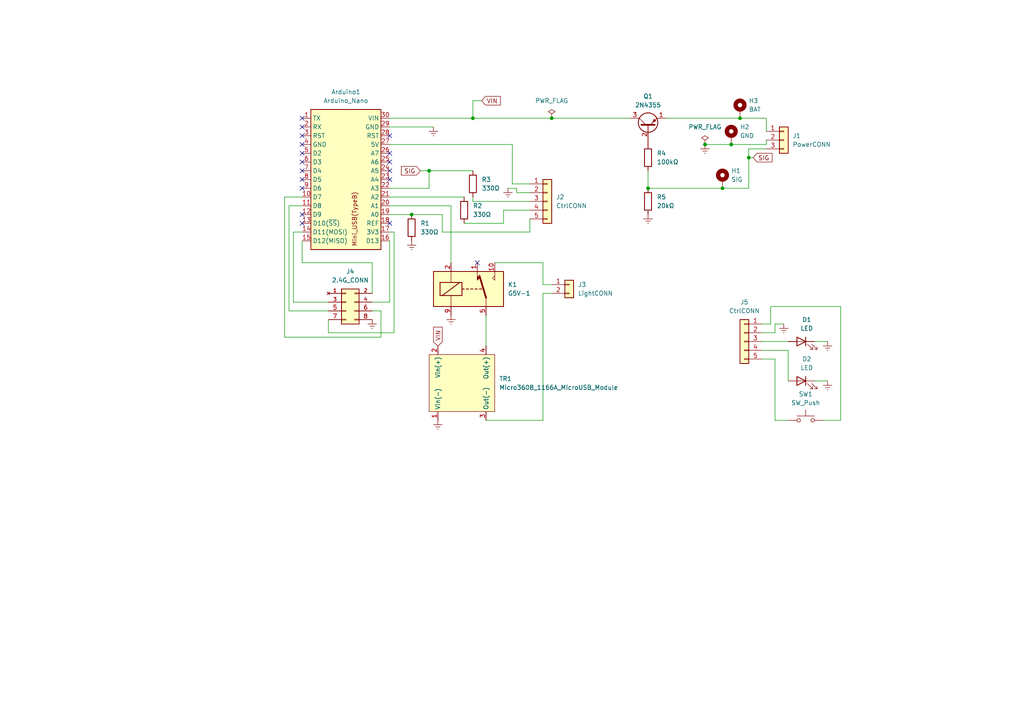
<source format=kicad_sch>
(kicad_sch (version 20211123) (generator eeschema)
  (paper "A4")
  (lib_symbols
    (symbol "Connector_Generic:Conn_01x02" (pin_names (offset 1.016) hide)
      (property "Reference" "J" (at 0 2.54 0))
      (property "Value" "Conn_01x02" (at 0 -5.08 0))
      (symbol "Conn_01x02_1_1"
        (rectangle (start -1.27 -2.413) (end 0 -2.667) (stroke (width 0.1524)))
        (rectangle (start -1.27 0.127) (end 0 -0.127) (stroke (width 0.1524)))
        (rectangle (start -1.27 1.27) (end 1.27 -3.81) (stroke (width 0.254)) (fill (type background)))
        (pin passive line (at -5.08 0 0) (length 3.81) (name "Pin_1") (number "1"))
        (pin passive line (at -5.08 -2.54 0) (length 3.81) (name "Pin_2") (number "2"))
      )
    )
    (symbol "Connector_Generic:Conn_01x05" (pin_names (offset 1.016) hide)
      (property "Reference" "J" (at 0 7.62 0))
      (property "Value" "Conn_01x05" (at 0 -7.62 0))
      (symbol "Conn_01x05_1_1"
        (rectangle (start -1.27 -4.953) (end 0 -5.207) (stroke (width 0.1524)))
        (rectangle (start -1.27 -2.413) (end 0 -2.667) (stroke (width 0.1524)))
        (rectangle (start -1.27 0.127) (end 0 -0.127) (stroke (width 0.1524)))
        (rectangle (start -1.27 2.667) (end 0 2.413) (stroke (width 0.1524)))
        (rectangle (start -1.27 5.207) (end 0 4.953) (stroke (width 0.1524)))
        (rectangle (start -1.27 6.35) (end 1.27 -6.35) (stroke (width 0.254)) (fill (type background)))
        (pin passive line (at -5.08 5.08 0) (length 3.81) (name "Pin_1") (number "1"))
        (pin passive line (at -5.08 2.54 0) (length 3.81) (name "Pin_2") (number "2"))
        (pin passive line (at -5.08 0 0) (length 3.81) (name "Pin_3") (number "3"))
        (pin passive line (at -5.08 -2.54 0) (length 3.81) (name "Pin_4") (number "4"))
        (pin passive line (at -5.08 -5.08 0) (length 3.81) (name "Pin_5") (number "5"))
      )
    )
    (symbol "Connector_Generic:PowerCONN" (pin_names (offset 1.016) hide)
      (property "Reference" "J1" (at 2.54 1.2701 0))
      (property "Value" "PowerCONN" (at 2.54 -1.2699 0))
      (symbol "PowerCONN_1_1"
        (rectangle (start -1.27 -2.413) (end 0 -2.667) (stroke (width 0.1524)))
        (rectangle (start -1.27 0.127) (end 0 -0.127) (stroke (width 0.1524)))
        (rectangle (start -1.27 2.667) (end 0 2.413) (stroke (width 0.1524)))
        (rectangle (start -1.27 3.81) (end 1.27 -3.81) (stroke (width 0.254)) (fill (type background)))
        (pin passive line (at -5.08 2.54 0) (length 3.81) (name "Power") (number "1"))
        (pin passive line (at -5.08 0 0) (length 3.81) (name "Ground") (number "2"))
        (pin passive line (at -5.08 -2.54 0) (length 3.81) (name "Charging_Signal") (number "3"))
      )
    )
    (symbol "Connector_Generic_MountingPin:2.4G_CONN" (pin_names (offset 1.016) hide)
      (property "Reference" "J2" (at 1.27 8.89 0))
      (property "Value" "2.4G_CONN" (at 1.27 6.35 0))
      (symbol "2.4G_CONN_1_1"
        (rectangle (start -1.27 -4.953) (end 0 -5.207) (stroke (width 0.1524)))
        (rectangle (start -1.27 -2.413) (end 0 -2.667) (stroke (width 0.1524)))
        (rectangle (start -1.27 0.127) (end 0 -0.127) (stroke (width 0.1524)))
        (rectangle (start -1.27 2.667) (end 0 2.413) (stroke (width 0.1524)))
        (rectangle (start -1.27 3.81) (end 3.81 -6.35) (stroke (width 0.254)) (fill (type background)))
        (rectangle (start 3.81 -4.953) (end 2.54 -5.207) (stroke (width 0.1524)))
        (rectangle (start 3.81 -2.413) (end 2.54 -2.667) (stroke (width 0.1524)))
        (rectangle (start 3.81 0.127) (end 2.54 -0.127) (stroke (width 0.1524)))
        (rectangle (start 3.81 2.667) (end 2.54 2.413) (stroke (width 0.1524)))
        (pin no_connect line (at -5.08 2.54 0) (length 3.81) (name "EMPTY") (number "1"))
        (pin passive line (at 7.62 2.54 180) (length 3.81) (name "MISO") (number "2"))
        (pin passive line (at -5.08 0 0) (length 3.81) (name "MOSI") (number "3"))
        (pin passive line (at 7.62 0 180) (length 3.81) (name "SCLK") (number "4"))
        (pin passive line (at -5.08 -2.54 0) (length 3.81) (name "CSN") (number "5"))
        (pin passive line (at 7.62 -2.54 180) (length 3.81) (name "CE") (number "6"))
        (pin passive line (at -5.08 -5.08 0) (length 3.81) (name "VCC") (number "7"))
        (pin passive line (at 7.62 -5.08 180) (length 3.81) (name "GND") (number "8"))
      )
    )
    (symbol "Converter_DCDC:Micro3608_1166A_MicroUSB_Module"
      (property "Reference" "TR" (at 0 -11.43 0))
      (property "Value" "Micro3608_1166A_MicroUSB_Module" (at 0 -8.89 0))
      (symbol "Micro3608_1166A_MicroUSB_Module_0_1"
        (rectangle (start -8.89 11.43) (end 7.62 -7.62) (fill (type background)))
      )
      (symbol "Micro3608_1166A_MicroUSB_Module_1_1"
        (pin power_in line (at -11.43 8.89 0) (length 2.54) (name "Vin(-)") (number "1"))
        (pin power_in line (at 10.16 8.89 180) (length 2.54) (name "Vin(+)") (number "2"))
        (pin power_out line (at -11.43 -5.08 0) (length 2.54) (name "Out(-)") (number "3"))
        (pin power_out line (at 10.16 -5.08 180) (length 2.54) (name "Out(+)") (number "4"))
      )
    )
    (symbol "Device:LED" (pin_numbers hide) (pin_names (offset 1.016) hide)
      (property "Reference" "D" (at 0 2.54 0))
      (property "Value" "LED" (at 0 -2.54 0))
      (symbol "LED_0_1"
        (polyline (pts (xy -1.27 -1.27) (xy -1.27 1.27)) (stroke (width 0.254)))
        (polyline (pts (xy -1.27 0) (xy 1.27 0)))
        (polyline (pts (xy 1.27 -1.27) (xy 1.27 1.27) (xy -1.27 0) (xy 1.27 -1.27)) (stroke (width 0.254)))
        (polyline (pts (xy -3.048 -0.762) (xy -4.572 -2.286) (xy -3.81 -2.286) (xy -4.572 -2.286) (xy -4.572 -1.524)))
        (polyline (pts (xy -1.778 -0.762) (xy -3.302 -2.286) (xy -2.54 -2.286) (xy -3.302 -2.286) (xy -3.302 -1.524)))
      )
      (symbol "LED_1_1"
        (pin passive line (at -3.81 0 0) (length 2.54) (name "K") (number "1"))
        (pin passive line (at 3.81 0 180) (length 2.54) (name "A") (number "2"))
      )
    )
    (symbol "Device:R" (pin_numbers hide) (pin_names (offset 0))
      (property "Reference" "R" (at 2.032 0 90))
      (property "Value" "R" (at 0 0 90))
      (symbol "R_0_1"
        (rectangle (start -1.016 -2.54) (end 1.016 2.54) (stroke (width 0.254)))
      )
      (symbol "R_1_1"
        (pin passive line (at 0 3.81 270) (length 1.27) (name "~") (number "1"))
        (pin passive line (at 0 -3.81 90) (length 1.27) (name "~") (number "2"))
      )
    )
    (symbol "MCU_Module:Arduino_Nano"
      (property "Reference" "Arduino1" (at 0 26.67 0))
      (property "Value" "Arduino_Nano" (at 0 24.13 0))
      (symbol "Arduino_Nano_0_0"
        (text "Mini_USB(TypeB)" (at 2.54 -10.16 900) (effects (font (size 1.27 1.27))))
      )
      (symbol "Arduino_Nano_0_1"
        (rectangle (start -10.16 21.59) (end 10.16 -19.05) (stroke (width 0.254)) (fill (type background)))
      )
      (symbol "Arduino_Nano_1_1"
        (pin input line (at -12.7 19.05 0) (length 2.54) (name "TX") (number "1"))
        (pin bidirectional line (at -12.7 -3.81 0) (length 2.54) (name "D7") (number "10"))
        (pin bidirectional line (at -12.7 -6.35 0) (length 2.54) (name "D8") (number "11"))
        (pin bidirectional line (at -12.7 -8.89 0) (length 2.54) (name "D9") (number "12"))
        (pin bidirectional line (at -12.7 -11.43 0) (length 2.54) (name "D10(~{SS})") (number "13"))
        (pin bidirectional line (at -12.7 -13.97 0) (length 2.54) (name "D11(MOSI)") (number "14"))
        (pin bidirectional line (at -12.7 -16.51 0) (length 2.54) (name "D12(MISO)") (number "15"))
        (pin bidirectional line (at 12.7 -16.51 180) (length 2.54) (name "D13") (number "16"))
        (pin bidirectional line (at 12.7 -13.97 180) (length 2.54) (name "3V3") (number "17"))
        (pin bidirectional line (at 12.7 -11.43 180) (length 2.54) (name "REF") (number "18"))
        (pin bidirectional line (at 12.7 -8.89 180) (length 2.54) (name "A0") (number "19"))
        (pin output line (at -12.7 16.51 0) (length 2.54) (name "RX") (number "2"))
        (pin bidirectional line (at 12.7 -6.35 180) (length 2.54) (name "A1") (number "20"))
        (pin bidirectional line (at 12.7 -3.81 180) (length 2.54) (name "A2") (number "21"))
        (pin bidirectional line (at 12.7 -1.27 180) (length 2.54) (name "A3") (number "22"))
        (pin bidirectional line (at 12.7 1.27 180) (length 2.54) (name "A4") (number "23"))
        (pin bidirectional line (at 12.7 3.81 180) (length 2.54) (name "A5") (number "24"))
        (pin bidirectional line (at 12.7 6.35 180) (length 2.54) (name "A6") (number "25"))
        (pin bidirectional line (at 12.7 8.89 180) (length 2.54) (name "A7") (number "26"))
        (pin bidirectional line (at 12.7 11.43 180) (length 2.54) (name "5V") (number "27"))
        (pin input line (at 12.7 13.97 180) (length 2.54) (name "RST") (number "28"))
        (pin input line (at 12.7 16.51 180) (length 2.54) (name "GND") (number "29"))
        (pin bidirectional line (at -12.7 13.97 0) (length 2.54) (name "RST") (number "3"))
        (pin input line (at 12.7 19.05 180) (length 2.54) (name "VIN") (number "30"))
        (pin bidirectional line (at -12.7 11.43 0) (length 2.54) (name "GND") (number "4"))
        (pin bidirectional line (at -12.7 8.89 0) (length 2.54) (name "D2") (number "5"))
        (pin bidirectional line (at -12.7 6.35 0) (length 2.54) (name "D3") (number "6"))
        (pin bidirectional line (at -12.7 3.81 0) (length 2.54) (name "D4") (number "7"))
        (pin bidirectional line (at -12.7 1.27 0) (length 2.54) (name "D5") (number "8"))
        (pin bidirectional line (at -12.7 -1.27 0) (length 2.54) (name "D6") (number "9"))
      )
    )
    (symbol "Mechanical:MountingHole_Pad" (pin_numbers hide) (pin_names (offset 1.016) hide)
      (property "Reference" "H" (at 0 6.35 0))
      (property "Value" "MountingHole_Pad" (at 0 4.445 0))
      (symbol "MountingHole_Pad_0_1"
        (circle (center 0 1.27) (radius 1.27) (stroke (width 1.27)))
      )
      (symbol "MountingHole_Pad_1_1"
        (pin input line (at 0 -2.54 90) (length 2.54) (name "1") (number "1"))
      )
    )
    (symbol "Relay:G5V-1"
      (property "Reference" "K" (at 11.43 3.81 0))
      (property "Value" "G5V-1" (at 11.43 1.27 0))
      (symbol "G5V-1_0_0"
        (polyline (pts (xy 7.62 5.08) (xy 7.62 2.54) (xy 6.985 3.175) (xy 7.62 3.81)))
      )
      (symbol "G5V-1_0_1"
        (rectangle (start -10.16 5.08) (end 10.16 -5.08) (stroke (width 0.254)) (fill (type background)))
        (rectangle (start -8.255 1.905) (end -1.905 -1.905) (stroke (width 0.254)))
        (polyline (pts (xy -7.62 -1.905) (xy -2.54 1.905)) (stroke (width 0.254)))
        (polyline (pts (xy -5.08 -5.08) (xy -5.08 -1.905)))
        (polyline (pts (xy -5.08 5.08) (xy -5.08 1.905)))
        (polyline (pts (xy -1.905 0) (xy -1.27 0)) (stroke (width 0.254)))
        (polyline (pts (xy -0.635 0) (xy 0 0)) (stroke (width 0.254)))
        (polyline (pts (xy 0.635 0) (xy 1.27 0)) (stroke (width 0.254)))
        (polyline (pts (xy 1.905 0) (xy 2.54 0)) (stroke (width 0.254)))
        (polyline (pts (xy 3.175 0) (xy 3.81 0)) (stroke (width 0.254)))
        (polyline (pts (xy 5.08 -2.54) (xy 3.175 3.81)) (stroke (width 0.508)))
        (polyline (pts (xy 5.08 -2.54) (xy 5.08 -5.08)))
        (polyline (pts (xy 2.54 5.08) (xy 2.54 2.54) (xy 3.175 3.175) (xy 2.54 3.81)) (fill (type outline)))
      )
      (symbol "G5V-1_1_1"
        (pin passive line (at 2.54 7.62 270) (length 2.54) (name "~") (number "1"))
        (pin passive line (at 7.62 7.62 270) (length 2.54) (name "~") (number "10"))
        (pin passive line (at -5.08 7.62 270) (length 2.54) (name "~") (number "2"))
        (pin passive line (at 5.08 -7.62 90) (length 2.54) (name "~") (number "5"))
        (pin passive line (at 5.08 -7.62 90) (length 2.54) hide (name "~") (number "6"))
        (pin passive line (at -5.08 -7.62 90) (length 2.54) (name "~") (number "9"))
      )
    )
    (symbol "Switch:SW_Push" (pin_numbers hide) (pin_names (offset 1.016) hide)
      (property "Reference" "SW" (at 1.27 2.54 0))
      (property "Value" "SW_Push" (at 0 -1.524 0))
      (symbol "SW_Push_0_1"
        (circle (center -2.032 0) (radius 0.508))
        (polyline (pts (xy 0 1.27) (xy 0 3.048)))
        (polyline (pts (xy 2.54 1.27) (xy -2.54 1.27)))
        (circle (center 2.032 0) (radius 0.508))
        (pin passive line (at -5.08 0 0) (length 2.54) (name "1") (number "1"))
        (pin passive line (at 5.08 0 180) (length 2.54) (name "2") (number "2"))
      )
    )
    (symbol "Transistor_BJT:2N3906" (pin_names (offset 0) hide)
      (property "Reference" "Q" (at 5.08 1.905 0))
      (property "Value" "2N3906" (at 5.08 0 0))
      (symbol "2N3906_0_1"
        (polyline (pts (xy 0.635 0.635) (xy 2.54 2.54)))
        (polyline (pts (xy 0.635 -0.635) (xy 2.54 -2.54) (xy 2.54 -2.54)))
        (polyline (pts (xy 0.635 1.905) (xy 0.635 -1.905) (xy 0.635 -1.905)) (stroke (width 0.508)))
        (polyline (pts (xy 2.286 -1.778) (xy 1.778 -2.286) (xy 1.27 -1.27) (xy 2.286 -1.778) (xy 2.286 -1.778)) (fill (type outline)))
        (circle (center 1.27 0) (radius 2.8194) (stroke (width 0.254)))
      )
      (symbol "2N3906_1_1"
        (pin passive line (at 2.54 -5.08 90) (length 2.54) (name "E") (number "1"))
        (pin input line (at -5.08 0 0) (length 5.715) (name "B") (number "2"))
        (pin passive line (at 2.54 5.08 270) (length 2.54) (name "C") (number "3"))
      )
    )
    (symbol "power:Earth" (power) (pin_names (offset 0))
      (symbol "Earth_0_1"
        (polyline (pts (xy -0.635 -1.905) (xy 0.635 -1.905)))
        (polyline (pts (xy -0.127 -2.54) (xy 0.127 -2.54)))
        (polyline (pts (xy 0 -1.27) (xy 0 0)))
        (polyline (pts (xy 1.27 -1.27) (xy -1.27 -1.27)))
      )
      (symbol "Earth_1_1"
        (pin power_in line (at 0 0 270) (length 0) hide (name "Earth") (number "1"))
      )
    )
    (symbol "power:PWR_FLAG" (power) (pin_numbers hide) (pin_names (offset 0) hide)
      (property "Value" "PWR_FLAG" (at 0 3.81 0))
      (symbol "PWR_FLAG_0_0"
        (pin power_out line (at 0 0 90) (length 0) (name "pwr") (number "1"))
      )
      (symbol "PWR_FLAG_0_1"
        (polyline (pts (xy 0 0) (xy 0 1.27) (xy -1.016 1.905) (xy 0 2.54) (xy 1.016 1.905) (xy 0 1.27)))
      )
    )
  )
  (junction (at 214.63 34.29))
  (junction (at 209.55 54.61))
  (junction (at 137.16 34.29))
  (junction (at 124.46 49.53))
  (junction (at 160.02 34.29))
  (junction (at 217.17 45.72))
  (junction (at 204.47 41.91))
  (junction (at 119.38 62.23))
  (junction (at 187.96 54.61))
  (junction (at 212.09 41.91))
  (no_connect (at 87.63 62.23))
  (no_connect (at 87.63 36.83))
  (no_connect (at 113.03 64.77))
  (no_connect (at 113.03 46.99))
  (no_connect (at 138.43 76.2))
  (no_connect (at 113.03 52.07))
  (no_connect (at 113.03 39.37))
  (no_connect (at 87.63 39.37))
  (no_connect (at 113.03 49.53))
  (no_connect (at 87.63 34.29))
  (no_connect (at 87.63 64.77))
  (no_connect (at 87.63 52.07))
  (no_connect (at 87.63 54.61))
  (no_connect (at 87.63 44.45))
  (no_connect (at 87.63 46.99))
  (no_connect (at 87.63 49.53))
  (no_connect (at 113.03 44.45))
  (no_connect (at 87.63 41.91))
  (wire (pts (xy 137.16 29.21) (xy 139.7 29.21)))
  (wire (pts (xy 220.98 93.98) (xy 223.52 93.98)))
  (wire (pts (xy 153.67 53.34) (xy 148.59 53.34)))
  (wire (pts (xy 82.55 57.15) (xy 82.55 97.79)))
  (wire (pts (xy 140.97 100.33) (xy 140.97 91.44)))
  (wire (pts (xy 236.22 99.06) (xy 240.03 99.06)))
  (wire (pts (xy 113.03 62.23) (xy 119.38 62.23)))
  (wire (pts (xy 137.16 34.29) (xy 137.16 29.21)))
  (wire (pts (xy 220.98 99.06) (xy 228.6 99.06)))
  (wire (pts (xy 222.25 41.91) (xy 222.25 40.64)))
  (wire (pts (xy 223.52 88.9) (xy 243.84 88.9)))
  (wire (pts (xy 87.63 76.2) (xy 107.95 76.2)))
  (wire (pts (xy 193.04 34.29) (xy 214.63 34.29)))
  (wire (pts (xy 209.55 54.61) (xy 217.17 54.61)))
  (wire (pts (xy 157.48 82.55) (xy 160.02 82.55)))
  (wire (pts (xy 121.92 49.53) (xy 124.46 49.53)))
  (wire (pts (xy 148.59 41.91) (xy 148.59 53.34)))
  (wire (pts (xy 146.05 60.96) (xy 153.67 60.96)))
  (wire (pts (xy 157.48 76.2) (xy 157.48 82.55)))
  (wire (pts (xy 82.55 97.79) (xy 110.49 97.79)))
  (wire (pts (xy 137.16 34.29) (xy 160.02 34.29)))
  (wire (pts (xy 85.09 67.31) (xy 85.09 87.63)))
  (wire (pts (xy 153.67 63.5) (xy 153.67 67.31)))
  (wire (pts (xy 137.16 57.15) (xy 137.16 58.42)))
  (wire (pts (xy 143.51 76.2) (xy 157.48 76.2)))
  (wire (pts (xy 137.16 58.42) (xy 153.67 58.42)))
  (wire (pts (xy 220.98 96.52) (xy 224.79 96.52)))
  (wire (pts (xy 146.05 64.77) (xy 146.05 60.96)))
  (wire (pts (xy 217.17 45.72) (xy 218.44 45.72)))
  (wire (pts (xy 113.03 34.29) (xy 137.16 34.29)))
  (wire (pts (xy 220.98 101.6) (xy 228.6 101.6)))
  (wire (pts (xy 187.96 54.61) (xy 209.55 54.61)))
  (wire (pts (xy 224.79 121.92) (xy 228.6 121.92)))
  (wire (pts (xy 137.16 49.53) (xy 124.46 49.53)))
  (wire (pts (xy 134.62 64.77) (xy 146.05 64.77)))
  (wire (pts (xy 124.46 49.53) (xy 124.46 54.61)))
  (wire (pts (xy 140.97 121.92) (xy 157.48 121.92)))
  (wire (pts (xy 113.03 67.31) (xy 114.3 67.31)))
  (wire (pts (xy 217.17 45.72) (xy 217.17 54.61)))
  (wire (pts (xy 83.82 59.69) (xy 83.82 90.17)))
  (wire (pts (xy 114.3 67.31) (xy 114.3 96.52)))
  (wire (pts (xy 130.81 59.69) (xy 130.81 76.2)))
  (wire (pts (xy 224.79 96.52) (xy 224.79 93.98)))
  (wire (pts (xy 113.03 69.85) (xy 113.03 87.63)))
  (wire (pts (xy 87.63 67.31) (xy 85.09 67.31)))
  (wire (pts (xy 85.09 87.63) (xy 95.25 87.63)))
  (wire (pts (xy 107.95 90.17) (xy 110.49 90.17)))
  (wire (pts (xy 217.17 43.18) (xy 222.25 43.18)))
  (wire (pts (xy 224.79 93.98) (xy 227.33 93.98)))
  (wire (pts (xy 124.46 54.61) (xy 113.03 54.61)))
  (wire (pts (xy 110.49 97.79) (xy 110.49 90.17)))
  (wire (pts (xy 113.03 57.15) (xy 134.62 57.15)))
  (wire (pts (xy 83.82 90.17) (xy 95.25 90.17)))
  (wire (pts (xy 113.03 87.63) (xy 107.95 87.63)))
  (wire (pts (xy 148.59 41.91) (xy 113.03 41.91)))
  (wire (pts (xy 119.38 62.23) (xy 128.27 62.23)))
  (wire (pts (xy 223.52 93.98) (xy 223.52 88.9)))
  (wire (pts (xy 157.48 121.92) (xy 157.48 85.09)))
  (wire (pts (xy 107.95 76.2) (xy 107.95 85.09)))
  (wire (pts (xy 212.09 41.91) (xy 222.25 41.91)))
  (wire (pts (xy 147.32 54.61) (xy 149.86 54.61)))
  (wire (pts (xy 224.79 104.14) (xy 224.79 121.92)))
  (wire (pts (xy 149.86 55.88) (xy 153.67 55.88)))
  (wire (pts (xy 157.48 85.09) (xy 160.02 85.09)))
  (wire (pts (xy 113.03 59.69) (xy 130.81 59.69)))
  (wire (pts (xy 236.22 110.49) (xy 240.03 110.49)))
  (wire (pts (xy 238.76 121.92) (xy 243.84 121.92)))
  (wire (pts (xy 87.63 59.69) (xy 83.82 59.69)))
  (wire (pts (xy 95.25 92.71) (xy 95.25 96.52)))
  (wire (pts (xy 243.84 88.9) (xy 243.84 121.92)))
  (wire (pts (xy 217.17 43.18) (xy 217.17 45.72)))
  (wire (pts (xy 87.63 57.15) (xy 82.55 57.15)))
  (wire (pts (xy 95.25 96.52) (xy 114.3 96.52)))
  (wire (pts (xy 228.6 101.6) (xy 228.6 110.49)))
  (wire (pts (xy 204.47 41.91) (xy 212.09 41.91)))
  (wire (pts (xy 113.03 36.83) (xy 125.73 36.83)))
  (wire (pts (xy 128.27 62.23) (xy 128.27 67.31)))
  (wire (pts (xy 149.86 54.61) (xy 149.86 55.88)))
  (wire (pts (xy 214.63 34.29) (xy 222.25 34.29)))
  (wire (pts (xy 128.27 67.31) (xy 153.67 67.31)))
  (wire (pts (xy 222.25 34.29) (xy 222.25 38.1)))
  (wire (pts (xy 187.96 49.53) (xy 187.96 54.61)))
  (wire (pts (xy 220.98 104.14) (xy 224.79 104.14)))
  (wire (pts (xy 87.63 69.85) (xy 87.63 76.2)))
  (wire (pts (xy 160.02 34.29) (xy 182.88 34.29)))
  (global_label "VIN" (shape input) (at 127 100.33 90) (property "Intersheet References" "${INTERSHEET_REFS}" (effects hide)))
  (global_label "SIG" (shape input) (at 218.44 45.72 0) (property "Intersheet References" "${INTERSHEET_REFS}" (effects hide)))
  (global_label "VIN" (shape input) (at 139.7 29.21 0) (property "Intersheet References" "${INTERSHEET_REFS}" (effects hide)))
  (global_label "SIG" (shape input) (at 121.92 49.53 180) (property "Intersheet References" "${INTERSHEET_REFS}" (effects hide)))
  (symbol (lib_id "Mechanical:MountingHole_Pad") (at 214.63 31.75 0) (unit 1)
    (property "Reference" "H3" (at 217.17 29.2099 0) (effects (justify left)))
    (property "Value" "BAT" (at 217.17 31.7499 0) (effects (justify left)))
    (property "Footprint" "TestPoint:TestPoint_Pad_D3.0mm" (effects hide))
  )
  (symbol (lib_id "Connector_Generic:Conn_01x02") (at 165.1 82.55 0) (unit 1)
    (property "Reference" "J3" (at 167.64 82.5499 0) (effects (justify left)))
    (property "Value" "LightCONN" (at 167.64 85.0899 0) (effects (justify left)))
    (property "Footprint" "Connector_PinHeader_2.54mm:PinHeader_1x02_P2.54mm_Vertical" (effects hide))
  )
  (symbol (lib_id "power:Earth") (at 240.03 110.49 0) (unit 1)
    (property "Reference" "#PWR010" (effects hide))
    (property "Value" "Earth" (effects hide))
  )
  (symbol (lib_id "MCU_Module:Arduino_Nano") (at 100.33 53.34 0) (unit 1)
    (property "Reference" "Arduino1" (at 100.33 26.67 0))
    (property "Value" "Arduino_Nano" (at 100.33 29.21 0))
    (property "Footprint" "Module:Arduino_Nano" (effects hide))
  )
  (symbol (lib_id "Device:R") (at 187.96 45.72 0) (unit 1)
    (property "Reference" "R4" (at 190.5 44.4499 0) (effects (justify left)))
    (property "Value" "100kΩ" (at 190.5 46.9899 0) (effects (justify left)))
    (property "Footprint" "Resistor_SMD:R_1206_3216Metric_Pad1.30x1.75mm_HandSolder" (effects hide))
  )
  (symbol (lib_id "power:Earth") (at 130.81 91.44 0) (unit 1)
    (property "Reference" "#PWR04" (effects hide))
    (property "Value" "Earth" (effects hide))
  )
  (symbol (lib_id "Device:R") (at 119.38 66.04 0) (unit 1)
    (property "Reference" "R1" (at 121.92 64.7699 0) (effects (justify left)))
    (property "Value" "330Ω" (at 121.92 67.3099 0) (effects (justify left)))
    (property "Footprint" "Resistor_SMD:R_1206_3216Metric_Pad1.30x1.75mm_HandSolder" (effects hide))
  )
  (symbol (lib_id "power:Earth") (at 204.47 41.91 0) (unit 1)
    (property "Reference" "#PWR07" (effects hide))
    (property "Value" "Earth" (effects hide))
  )
  (symbol (lib_id "Device:R") (at 137.16 53.34 180) (unit 1)
    (property "Reference" "R3" (at 139.7 52.0699 0) (effects (justify right)))
    (property "Value" "330Ω" (at 139.7 54.6099 0) (effects (justify right)))
    (property "Footprint" "Resistor_SMD:R_1206_3216Metric_Pad1.30x1.75mm_HandSolder" (effects hide))
  )
  (symbol (lib_id "power:Earth") (at 107.95 92.71 0) (unit 1)
    (property "Reference" "#PWR01" (effects hide))
    (property "Value" "Earth" (effects hide))
  )
  (symbol (lib_id "Device:LED") (at 232.41 99.06 0) (mirror y) (unit 1)
    (property "Reference" "D1" (at 233.9975 92.71 0))
    (property "Value" "LED" (at 233.9975 95.25 0))
    (property "Footprint" "LED_THT:LED_D5.0mm" (effects hide))
  )
  (symbol (lib_id "Connector_Generic:Conn_01x05") (at 158.75 58.42 0) (unit 1)
    (property "Reference" "J2" (at 161.29 57.1499 0) (effects (justify left)))
    (property "Value" "CtrlCONN" (at 161.29 59.6899 0) (effects (justify left)))
    (property "Footprint" "Connector_PinHeader_2.54mm:PinHeader_1x05_P2.54mm_Vertical" (effects hide))
  )
  (symbol (lib_id "Connector_Generic:PowerCONN") (at 227.33 40.64 0) (unit 1)
    (property "Reference" "J1" (at 229.87 39.3699 0) (effects (justify left)))
    (property "Value" "PowerCONN" (at 229.87 41.9099 0) (effects (justify left)))
    (property "Footprint" "Connector_PinHeader_2.54mm:PinHeader_1x03_P2.54mm_Vertical" (effects hide))
  )
  (symbol (lib_id "Relay:G5V-1") (at 135.89 83.82 0) (unit 1)
    (property "Reference" "K1" (at 147.32 82.5499 0) (effects (justify left)))
    (property "Value" "G5V-1" (at 147.32 85.0899 0) (effects (justify left)))
    (property "Footprint" "Relay_THT:Relay_SPDT_Omron_G5V-1" (effects hide))
    (property "Datasheet" "http://omronfs.omron.com/en_US/ecb/products/pdf/en-g5v_1.pdf" (effects hide))
  )
  (symbol (lib_id "Converter_DCDC:Micro3608_1166A_MicroUSB_Module") (at 135.89 110.49 90) (unit 1)
    (property "Reference" "TR1" (at 144.78 109.8549 90) (effects (justify right)))
    (property "Value" "Micro3608_1166A_MicroUSB_Module" (at 144.78 112.3949 90) (effects (justify right)))
    (property "Footprint" "Transistor_Power_Module:Micro3608_1166A_MicroUSB_Module" (effects hide))
  )
  (symbol (lib_id "Mechanical:MountingHole_Pad") (at 209.55 52.07 0) (unit 1)
    (property "Reference" "H1" (at 212.09 49.5299 0) (effects (justify left)))
    (property "Value" "SIG" (at 212.09 52.0699 0) (effects (justify left)))
    (property "Footprint" "TestPoint:TestPoint_Pad_D3.0mm" (effects hide))
  )
  (symbol (lib_id "power:Earth") (at 127 121.92 0) (unit 1)
    (property "Reference" "#PWR013" (effects hide))
    (property "Value" "Earth" (effects hide))
  )
  (symbol (lib_id "Device:R") (at 187.96 58.42 0) (unit 1)
    (property "Reference" "R5" (at 190.5 57.1499 0) (effects (justify left)))
    (property "Value" "20kΩ" (at 190.5 59.6899 0) (effects (justify left)))
    (property "Footprint" "Resistor_SMD:R_1206_3216Metric_Pad1.30x1.75mm_HandSolder" (effects hide))
  )
  (symbol (lib_id "power:PWR_FLAG") (at 160.02 34.29 0) (unit 1)
    (property "Reference" "#FLG01" (effects hide))
    (property "Value" "PWR_FLAG" (at 160.02 29.21 0))
  )
  (symbol (lib_id "Connector_Generic_MountingPin:2.4G_CONN") (at 100.33 87.63 0) (unit 1)
    (property "Reference" "J4" (at 101.6 78.74 0))
    (property "Value" "2.4G_CONN" (at 101.6 81.28 0))
    (property "Footprint" "Connector_PinHeader_2.54mm:PinHeader_2x04_P2.54mm_Vertical" (effects hide))
  )
  (symbol (lib_id "Mechanical:MountingHole_Pad") (at 212.09 39.37 0) (unit 1)
    (property "Reference" "H2" (at 214.63 36.8299 0) (effects (justify left)))
    (property "Value" "GND" (at 214.63 39.3699 0) (effects (justify left)))
    (property "Footprint" "TestPoint:TestPoint_Pad_D3.0mm" (effects hide))
  )
  (symbol (lib_id "power:Earth") (at 147.32 54.61 0) (unit 1)
    (property "Reference" "#PWR05" (effects hide))
    (property "Value" "Earth" (effects hide))
  )
  (symbol (lib_id "Device:LED") (at 232.41 110.49 0) (mirror y) (unit 1)
    (property "Reference" "D2" (at 233.9975 104.14 0))
    (property "Value" "LED" (at 233.9975 106.68 0))
    (property "Footprint" "LED_THT:LED_D5.0mm" (effects hide))
  )
  (symbol (lib_id "Transistor_BJT:2N3906") (at 187.96 36.83 90) (unit 1)
    (property "Reference" "Q1" (at 187.96 27.94 90))
    (property "Value" "2N4355" (at 187.96 30.48 90))
    (property "Footprint" "Package_TO_SOT_THT:TO-92_Inline" (effects hide))
    (property "Datasheet" "https://www.onsemi.com/pub/Collateral/2N3906-D.PDF" (effects hide))
  )
  (symbol (lib_id "power:PWR_FLAG") (at 204.47 41.91 0) (unit 1)
    (property "Reference" "#FLG02" (effects hide))
    (property "Value" "PWR_FLAG" (at 204.47 36.83 0))
  )
  (symbol (lib_id "Connector_Generic:Conn_01x05") (at 215.9 99.06 0) (mirror y) (unit 1)
    (property "Reference" "J5" (at 215.9 87.63 0))
    (property "Value" "CtrlCONN" (at 215.9 90.17 0))
    (property "Footprint" "Connector_PinHeader_2.54mm:PinHeader_1x05_P2.54mm_Vertical" (effects hide))
  )
  (symbol (lib_id "power:Earth") (at 227.33 93.98 0) (unit 1)
    (property "Reference" "#PWR08" (effects hide))
    (property "Value" "Earth" (effects hide))
  )
  (symbol (lib_id "power:Earth") (at 119.38 69.85 0) (unit 1)
    (property "Reference" "#PWR02" (effects hide))
    (property "Value" "Earth" (effects hide))
  )
  (symbol (lib_id "power:Earth") (at 125.73 36.83 0) (unit 1)
    (property "Reference" "#PWR03" (effects hide))
    (property "Value" "Earth" (effects hide))
  )
  (symbol (lib_id "power:Earth") (at 240.03 99.06 0) (unit 1)
    (property "Reference" "#PWR09" (effects hide))
    (property "Value" "Earth" (effects hide))
  )
  (symbol (lib_id "power:Earth") (at 187.96 62.23 0) (unit 1)
    (property "Reference" "#PWR06" (effects hide))
    (property "Value" "Earth" (effects hide))
  )
  (symbol (lib_id "Switch:SW_Push") (at 233.68 121.92 0) (unit 1)
    (property "Reference" "SW1" (at 233.68 114.3 0))
    (property "Value" "SW_Push" (at 233.68 116.84 0))
    (property "Footprint" "Connector_PinHeader_2.54mm:PinHeader_1x02_P2.54mm_Vertical" (effects hide))
  )
  (symbol (lib_id "Device:R") (at 134.62 60.96 0) (unit 1)
    (property "Reference" "R2" (at 137.16 59.6899 0) (effects (justify left)))
    (property "Value" "330Ω" (at 137.16 62.2299 0) (effects (justify left)))
    (property "Footprint" "Resistor_SMD:R_1206_3216Metric_Pad1.30x1.75mm_HandSolder" (effects hide))
  )
)
</source>
